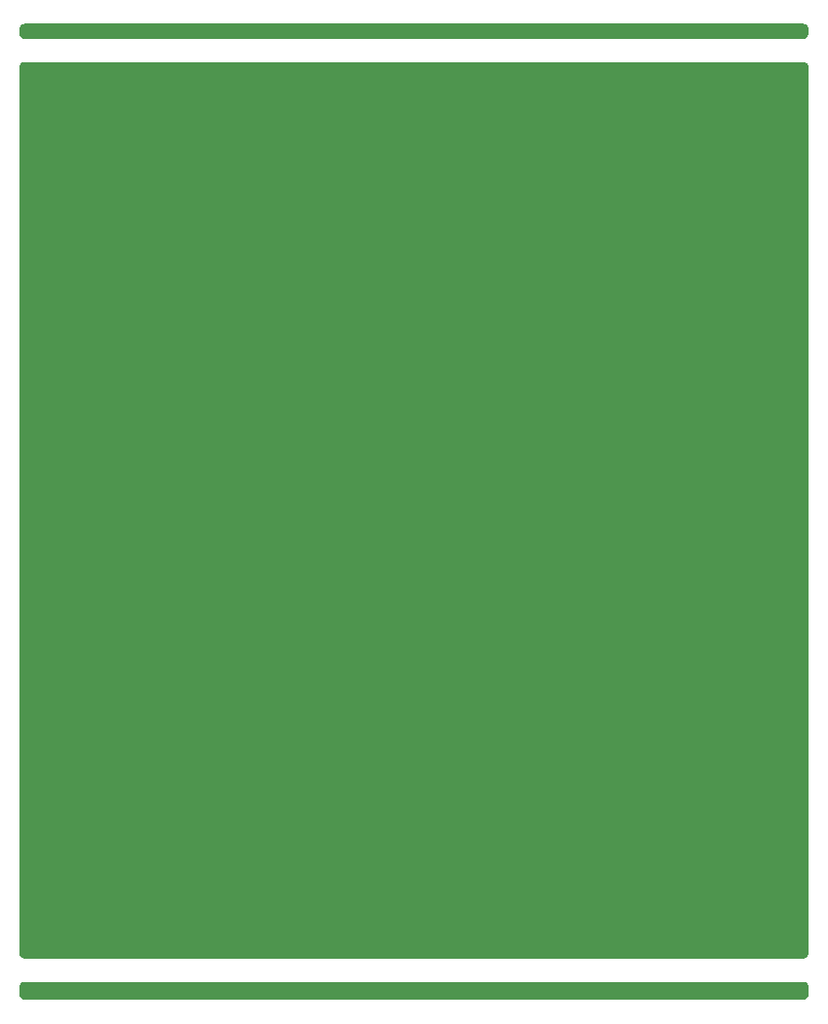
<source format=gbr>
G04 EAGLE Gerber RS-274X export*
G75*
%MOMM*%
%FSLAX34Y34*%
%LPD*%
%INTop Copper*%
%IPPOS*%
%AMOC8*
5,1,8,0,0,1.08239X$1,22.5*%
G01*

G36*
X1072133Y191844D02*
X1072133Y191844D01*
X1072386Y191858D01*
X1072414Y191864D01*
X1072444Y191866D01*
X1072692Y191919D01*
X1072940Y191969D01*
X1072968Y191979D01*
X1072996Y191985D01*
X1073233Y192072D01*
X1073473Y192157D01*
X1073499Y192170D01*
X1073527Y192181D01*
X1073749Y192300D01*
X1073974Y192418D01*
X1073998Y192435D01*
X1074024Y192449D01*
X1074227Y192599D01*
X1074434Y192747D01*
X1074455Y192768D01*
X1074479Y192785D01*
X1074659Y192963D01*
X1074842Y193138D01*
X1074860Y193161D01*
X1074881Y193182D01*
X1075035Y193384D01*
X1075191Y193583D01*
X1075206Y193608D01*
X1075224Y193631D01*
X1075348Y193852D01*
X1075475Y194072D01*
X1075486Y194099D01*
X1075500Y194125D01*
X1075591Y194361D01*
X1075686Y194596D01*
X1075693Y194625D01*
X1075703Y194652D01*
X1075760Y194899D01*
X1075821Y195145D01*
X1075823Y195171D01*
X1075831Y195203D01*
X1075879Y195766D01*
X1075877Y195799D01*
X1075879Y195825D01*
X1075879Y967495D01*
X1075861Y967748D01*
X1075847Y968001D01*
X1075841Y968029D01*
X1075839Y968059D01*
X1075786Y968307D01*
X1075736Y968555D01*
X1075726Y968583D01*
X1075720Y968611D01*
X1075633Y968848D01*
X1075548Y969088D01*
X1075535Y969114D01*
X1075524Y969142D01*
X1075405Y969364D01*
X1075287Y969589D01*
X1075270Y969613D01*
X1075256Y969639D01*
X1075106Y969842D01*
X1074958Y970049D01*
X1074937Y970070D01*
X1074920Y970094D01*
X1074742Y970274D01*
X1074567Y970457D01*
X1074544Y970475D01*
X1074523Y970496D01*
X1074321Y970650D01*
X1074122Y970806D01*
X1074097Y970821D01*
X1074074Y970839D01*
X1073853Y970963D01*
X1073633Y971090D01*
X1073606Y971101D01*
X1073580Y971115D01*
X1073344Y971206D01*
X1073109Y971301D01*
X1073080Y971308D01*
X1073053Y971318D01*
X1072806Y971375D01*
X1072560Y971436D01*
X1072534Y971438D01*
X1072502Y971446D01*
X1071939Y971494D01*
X1071906Y971492D01*
X1071880Y971494D01*
X393700Y971494D01*
X393447Y971476D01*
X393194Y971462D01*
X393166Y971456D01*
X393136Y971454D01*
X392888Y971401D01*
X392640Y971351D01*
X392612Y971341D01*
X392584Y971335D01*
X392347Y971248D01*
X392107Y971163D01*
X392081Y971150D01*
X392053Y971139D01*
X391831Y971020D01*
X391606Y970902D01*
X391582Y970885D01*
X391556Y970871D01*
X391353Y970721D01*
X391146Y970573D01*
X391125Y970552D01*
X391101Y970535D01*
X390921Y970357D01*
X390738Y970182D01*
X390720Y970159D01*
X390699Y970138D01*
X390545Y969936D01*
X390389Y969737D01*
X390374Y969712D01*
X390356Y969689D01*
X390232Y969468D01*
X390105Y969248D01*
X390094Y969221D01*
X390080Y969195D01*
X389989Y968959D01*
X389894Y968724D01*
X389887Y968695D01*
X389877Y968668D01*
X389820Y968421D01*
X389759Y968175D01*
X389757Y968149D01*
X389749Y968117D01*
X389701Y967554D01*
X389703Y967521D01*
X389701Y967495D01*
X389701Y195825D01*
X389719Y195572D01*
X389733Y195319D01*
X389739Y195291D01*
X389741Y195261D01*
X389794Y195013D01*
X389844Y194765D01*
X389854Y194737D01*
X389860Y194709D01*
X389947Y194472D01*
X390032Y194232D01*
X390045Y194206D01*
X390056Y194178D01*
X390175Y193956D01*
X390293Y193731D01*
X390310Y193707D01*
X390324Y193681D01*
X390474Y193478D01*
X390622Y193271D01*
X390643Y193250D01*
X390660Y193226D01*
X390838Y193046D01*
X391013Y192863D01*
X391036Y192845D01*
X391057Y192824D01*
X391259Y192670D01*
X391458Y192514D01*
X391483Y192499D01*
X391506Y192481D01*
X391727Y192357D01*
X391947Y192230D01*
X391974Y192219D01*
X392000Y192205D01*
X392236Y192114D01*
X392471Y192019D01*
X392500Y192012D01*
X392527Y192002D01*
X392774Y191945D01*
X393020Y191884D01*
X393046Y191882D01*
X393078Y191874D01*
X393641Y191826D01*
X393674Y191828D01*
X393700Y191826D01*
X1071880Y191826D01*
X1072133Y191844D01*
G37*
G36*
X1072133Y156039D02*
X1072133Y156039D01*
X1072386Y156053D01*
X1072414Y156059D01*
X1072444Y156061D01*
X1072692Y156114D01*
X1072940Y156164D01*
X1072968Y156174D01*
X1072996Y156180D01*
X1073233Y156267D01*
X1073473Y156352D01*
X1073499Y156365D01*
X1073527Y156376D01*
X1073749Y156495D01*
X1073974Y156613D01*
X1073998Y156630D01*
X1074024Y156644D01*
X1074227Y156794D01*
X1074434Y156942D01*
X1074455Y156963D01*
X1074479Y156980D01*
X1074659Y157158D01*
X1074842Y157333D01*
X1074860Y157356D01*
X1074881Y157377D01*
X1075035Y157579D01*
X1075191Y157778D01*
X1075206Y157803D01*
X1075224Y157826D01*
X1075348Y158047D01*
X1075475Y158267D01*
X1075486Y158294D01*
X1075500Y158320D01*
X1075591Y158556D01*
X1075686Y158791D01*
X1075693Y158820D01*
X1075703Y158847D01*
X1075760Y159094D01*
X1075821Y159340D01*
X1075823Y159366D01*
X1075831Y159398D01*
X1075879Y159961D01*
X1075877Y159994D01*
X1075879Y160020D01*
X1075879Y167495D01*
X1075861Y167748D01*
X1075847Y168001D01*
X1075841Y168029D01*
X1075839Y168059D01*
X1075786Y168307D01*
X1075736Y168555D01*
X1075726Y168583D01*
X1075720Y168611D01*
X1075633Y168848D01*
X1075548Y169088D01*
X1075535Y169114D01*
X1075524Y169142D01*
X1075405Y169364D01*
X1075287Y169589D01*
X1075270Y169613D01*
X1075256Y169639D01*
X1075106Y169842D01*
X1074958Y170049D01*
X1074937Y170070D01*
X1074920Y170094D01*
X1074742Y170274D01*
X1074567Y170457D01*
X1074544Y170475D01*
X1074523Y170496D01*
X1074321Y170650D01*
X1074122Y170806D01*
X1074097Y170821D01*
X1074074Y170839D01*
X1073853Y170963D01*
X1073633Y171090D01*
X1073606Y171101D01*
X1073580Y171115D01*
X1073344Y171206D01*
X1073109Y171301D01*
X1073080Y171308D01*
X1073053Y171318D01*
X1072806Y171375D01*
X1072560Y171436D01*
X1072534Y171438D01*
X1072502Y171446D01*
X1071939Y171494D01*
X1071906Y171492D01*
X1071880Y171494D01*
X393700Y171494D01*
X393447Y171476D01*
X393194Y171462D01*
X393166Y171456D01*
X393136Y171454D01*
X392888Y171401D01*
X392640Y171351D01*
X392612Y171341D01*
X392584Y171335D01*
X392347Y171248D01*
X392107Y171163D01*
X392081Y171150D01*
X392053Y171139D01*
X391831Y171020D01*
X391606Y170902D01*
X391582Y170885D01*
X391556Y170871D01*
X391353Y170721D01*
X391146Y170573D01*
X391125Y170552D01*
X391101Y170535D01*
X390921Y170357D01*
X390738Y170182D01*
X390720Y170159D01*
X390699Y170138D01*
X390545Y169936D01*
X390389Y169737D01*
X390374Y169712D01*
X390356Y169689D01*
X390232Y169468D01*
X390105Y169248D01*
X390094Y169221D01*
X390080Y169195D01*
X389989Y168959D01*
X389894Y168724D01*
X389887Y168695D01*
X389877Y168668D01*
X389820Y168421D01*
X389759Y168175D01*
X389757Y168149D01*
X389749Y168117D01*
X389701Y167554D01*
X389703Y167521D01*
X389701Y167495D01*
X389701Y160020D01*
X389719Y159767D01*
X389733Y159514D01*
X389739Y159486D01*
X389741Y159456D01*
X389794Y159208D01*
X389844Y158960D01*
X389854Y158932D01*
X389860Y158904D01*
X389947Y158667D01*
X390032Y158427D01*
X390045Y158401D01*
X390056Y158373D01*
X390175Y158151D01*
X390293Y157926D01*
X390310Y157902D01*
X390324Y157876D01*
X390474Y157673D01*
X390622Y157466D01*
X390643Y157445D01*
X390660Y157421D01*
X390838Y157241D01*
X391013Y157058D01*
X391036Y157040D01*
X391057Y157019D01*
X391259Y156865D01*
X391458Y156709D01*
X391483Y156694D01*
X391506Y156676D01*
X391727Y156552D01*
X391947Y156425D01*
X391974Y156414D01*
X392000Y156400D01*
X392236Y156309D01*
X392471Y156214D01*
X392500Y156207D01*
X392527Y156197D01*
X392774Y156140D01*
X393020Y156079D01*
X393046Y156077D01*
X393078Y156069D01*
X393641Y156021D01*
X393674Y156023D01*
X393700Y156021D01*
X1071880Y156021D01*
X1072133Y156039D01*
G37*
G36*
X1072133Y991844D02*
X1072133Y991844D01*
X1072386Y991858D01*
X1072414Y991864D01*
X1072444Y991866D01*
X1072692Y991919D01*
X1072940Y991969D01*
X1072968Y991979D01*
X1072996Y991985D01*
X1073233Y992072D01*
X1073473Y992157D01*
X1073499Y992170D01*
X1073527Y992181D01*
X1073749Y992300D01*
X1073974Y992418D01*
X1073998Y992435D01*
X1074024Y992449D01*
X1074227Y992599D01*
X1074434Y992747D01*
X1074455Y992768D01*
X1074479Y992785D01*
X1074659Y992963D01*
X1074842Y993138D01*
X1074860Y993161D01*
X1074881Y993182D01*
X1075035Y993384D01*
X1075191Y993583D01*
X1075206Y993608D01*
X1075224Y993631D01*
X1075348Y993852D01*
X1075475Y994072D01*
X1075486Y994099D01*
X1075500Y994125D01*
X1075591Y994361D01*
X1075686Y994596D01*
X1075693Y994625D01*
X1075703Y994652D01*
X1075760Y994899D01*
X1075821Y995145D01*
X1075823Y995171D01*
X1075831Y995203D01*
X1075879Y995766D01*
X1075878Y995789D01*
X1075879Y995805D01*
X1075878Y995814D01*
X1075879Y995825D01*
X1075879Y1000760D01*
X1075861Y1001013D01*
X1075847Y1001266D01*
X1075841Y1001294D01*
X1075839Y1001324D01*
X1075786Y1001572D01*
X1075736Y1001820D01*
X1075726Y1001848D01*
X1075720Y1001876D01*
X1075633Y1002113D01*
X1075548Y1002353D01*
X1075535Y1002379D01*
X1075524Y1002407D01*
X1075405Y1002629D01*
X1075287Y1002854D01*
X1075270Y1002878D01*
X1075256Y1002904D01*
X1075106Y1003107D01*
X1074958Y1003314D01*
X1074937Y1003335D01*
X1074920Y1003359D01*
X1074742Y1003539D01*
X1074567Y1003722D01*
X1074544Y1003740D01*
X1074523Y1003761D01*
X1074321Y1003915D01*
X1074122Y1004071D01*
X1074097Y1004086D01*
X1074074Y1004104D01*
X1073853Y1004228D01*
X1073633Y1004355D01*
X1073606Y1004366D01*
X1073580Y1004380D01*
X1073344Y1004471D01*
X1073109Y1004566D01*
X1073080Y1004573D01*
X1073053Y1004583D01*
X1072806Y1004640D01*
X1072560Y1004701D01*
X1072534Y1004703D01*
X1072502Y1004711D01*
X1071939Y1004759D01*
X1071906Y1004757D01*
X1071880Y1004759D01*
X393700Y1004759D01*
X393447Y1004741D01*
X393194Y1004727D01*
X393166Y1004721D01*
X393136Y1004719D01*
X392888Y1004666D01*
X392640Y1004616D01*
X392612Y1004606D01*
X392584Y1004600D01*
X392347Y1004513D01*
X392107Y1004428D01*
X392081Y1004415D01*
X392053Y1004404D01*
X391831Y1004285D01*
X391606Y1004167D01*
X391582Y1004150D01*
X391556Y1004136D01*
X391353Y1003986D01*
X391146Y1003838D01*
X391125Y1003817D01*
X391101Y1003800D01*
X390921Y1003622D01*
X390738Y1003447D01*
X390720Y1003424D01*
X390699Y1003403D01*
X390545Y1003201D01*
X390389Y1003002D01*
X390374Y1002977D01*
X390356Y1002954D01*
X390232Y1002733D01*
X390105Y1002513D01*
X390094Y1002486D01*
X390080Y1002460D01*
X389989Y1002224D01*
X389894Y1001989D01*
X389887Y1001960D01*
X389877Y1001933D01*
X389820Y1001686D01*
X389759Y1001440D01*
X389757Y1001414D01*
X389749Y1001382D01*
X389701Y1000819D01*
X389703Y1000786D01*
X389701Y1000760D01*
X389701Y995825D01*
X389719Y995572D01*
X389733Y995319D01*
X389739Y995291D01*
X389741Y995261D01*
X389794Y995013D01*
X389844Y994765D01*
X389854Y994737D01*
X389860Y994709D01*
X389947Y994472D01*
X390032Y994232D01*
X390045Y994206D01*
X390056Y994178D01*
X390175Y993956D01*
X390293Y993731D01*
X390310Y993707D01*
X390324Y993681D01*
X390474Y993478D01*
X390622Y993271D01*
X390643Y993250D01*
X390660Y993226D01*
X390838Y993046D01*
X391013Y992863D01*
X391036Y992845D01*
X391057Y992824D01*
X391259Y992670D01*
X391458Y992514D01*
X391483Y992499D01*
X391506Y992481D01*
X391727Y992357D01*
X391947Y992230D01*
X391974Y992219D01*
X392000Y992205D01*
X392236Y992114D01*
X392471Y992019D01*
X392500Y992012D01*
X392527Y992002D01*
X392774Y991945D01*
X393020Y991884D01*
X393046Y991882D01*
X393078Y991874D01*
X393641Y991826D01*
X393674Y991828D01*
X393700Y991826D01*
X1071880Y991826D01*
X1072133Y991844D01*
G37*
M02*

</source>
